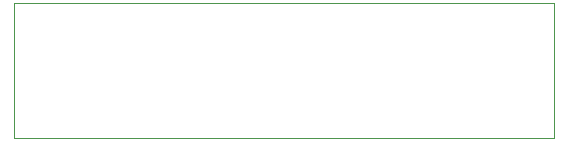
<source format=gbr>
%TF.GenerationSoftware,KiCad,Pcbnew,(6.0.11)*%
%TF.CreationDate,2023-02-16T20:08:17-08:00*%
%TF.ProjectId,keyboard,6b657962-6f61-4726-942e-6b696361645f,rev?*%
%TF.SameCoordinates,Original*%
%TF.FileFunction,Profile,NP*%
%FSLAX46Y46*%
G04 Gerber Fmt 4.6, Leading zero omitted, Abs format (unit mm)*
G04 Created by KiCad (PCBNEW (6.0.11)) date 2023-02-16 20:08:17*
%MOMM*%
%LPD*%
G01*
G04 APERTURE LIST*
%TA.AperFunction,Profile*%
%ADD10C,0.050000*%
%TD*%
G04 APERTURE END LIST*
D10*
X130810000Y-66040000D02*
X176530000Y-66040000D01*
X176530000Y-66040000D02*
X176530000Y-77470000D01*
X176530000Y-77470000D02*
X130810000Y-77470000D01*
X130810000Y-77470000D02*
X130810000Y-66040000D01*
M02*

</source>
